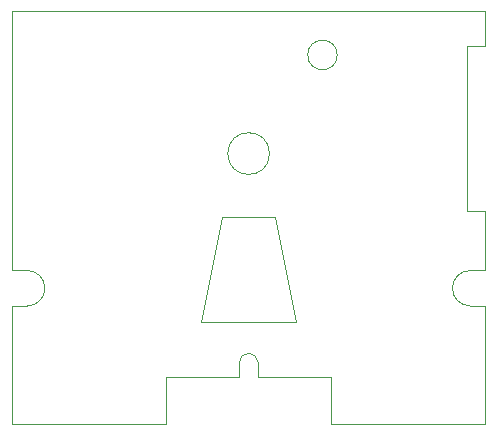
<source format=gm1>
%TF.GenerationSoftware,KiCad,Pcbnew,4.0.4-stable*%
%TF.CreationDate,2016-09-26T21:41:57+01:00*%
%TF.ProjectId,ControlesVolante,436F6E74726F6C6573566F6C616E7465,rev?*%
%TF.FileFunction,Profile,NP*%
%FSLAX46Y46*%
G04 Gerber Fmt 4.6, Leading zero omitted, Abs format (unit mm)*
G04 Created by KiCad (PCBNEW 4.0.4-stable) date Mon Sep 26 21:41:57 2016*
%MOMM*%
%LPD*%
G01*
G04 APERTURE LIST*
%ADD10C,0.100000*%
G04 APERTURE END LIST*
D10*
X196360000Y-111200000D02*
X197610000Y-111200000D01*
X196360000Y-108200000D02*
X197610000Y-108200000D01*
X196360000Y-108200000D02*
G75*
G03X194860000Y-109700000I0J-1500000D01*
G01*
X194860000Y-109700000D02*
G75*
G03X196360000Y-111200000I1500000J0D01*
G01*
X157610000Y-108200000D02*
X158860000Y-108200000D01*
X157610000Y-111200000D02*
X158860000Y-111200000D01*
X158860000Y-111200000D02*
G75*
G03X160360000Y-109700000I0J1500000D01*
G01*
X160360000Y-109700000D02*
G75*
G03X158860000Y-108200000I-1500000J0D01*
G01*
X178410000Y-117200000D02*
X178410000Y-116000000D01*
X176810000Y-116000000D02*
X176810000Y-117200000D01*
X178410000Y-116000000D02*
G75*
G03X177610000Y-115200000I-800000J0D01*
G01*
X177610000Y-115200000D02*
G75*
G03X176810000Y-116000000I0J-800000D01*
G01*
X179377767Y-98300000D02*
G75*
G03X179377767Y-98300000I-1767767J0D01*
G01*
X157610000Y-108200000D02*
X157610000Y-86200000D01*
X157610000Y-121200000D02*
X157610000Y-111200000D01*
X197610000Y-108200000D02*
X197610000Y-103200000D01*
X197610000Y-121200000D02*
X197610000Y-111200000D01*
X173610000Y-112600000D02*
X175360000Y-103700000D01*
X179880000Y-103700000D02*
X181610000Y-112600000D01*
X179860000Y-103700000D02*
X175360000Y-103700000D01*
X181610000Y-112600000D02*
X173610000Y-112600000D01*
X196110000Y-103200000D02*
X197610000Y-103200000D01*
X196110000Y-89200000D02*
X196110000Y-103200000D01*
X197610000Y-89200000D02*
X196110000Y-89200000D01*
X197610000Y-86200000D02*
X197610000Y-89200000D01*
X170610000Y-121200000D02*
X157610000Y-121200000D01*
X170610000Y-117200000D02*
X170610000Y-121200000D01*
X176810000Y-117200000D02*
X170610000Y-117200000D01*
X184610000Y-117200000D02*
X178410000Y-117200000D01*
X184610000Y-121200000D02*
X184610000Y-117200000D01*
X197610000Y-121200000D02*
X184610000Y-121200000D01*
X185110000Y-89950000D02*
G75*
G03X185110000Y-89950000I-1250000J0D01*
G01*
X197610000Y-86200000D02*
X157610000Y-86200000D01*
M02*

</source>
